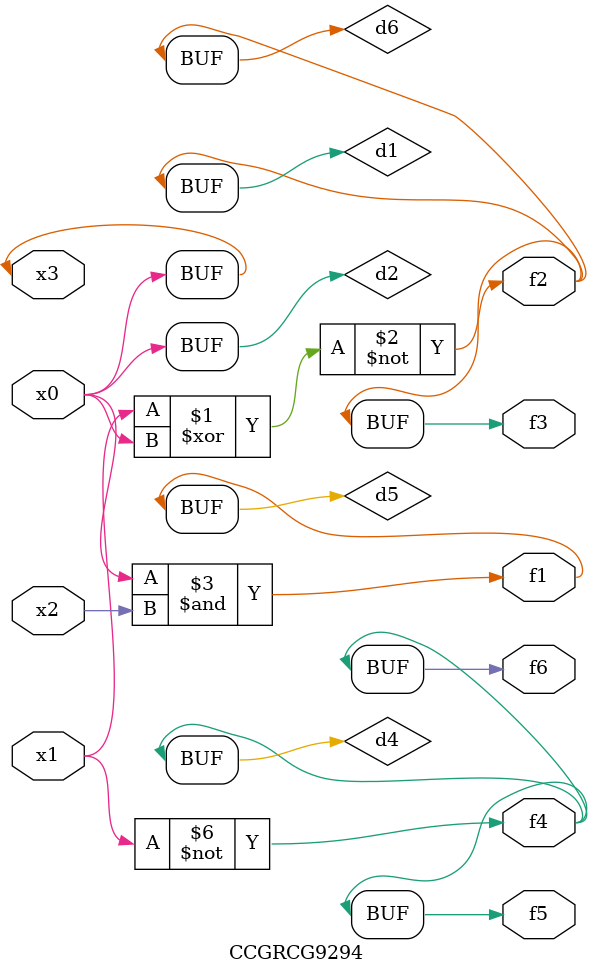
<source format=v>
module CCGRCG9294(
	input x0, x1, x2, x3,
	output f1, f2, f3, f4, f5, f6
);

	wire d1, d2, d3, d4, d5, d6;

	xnor (d1, x1, x3);
	buf (d2, x0, x3);
	nand (d3, x0, x2);
	not (d4, x1);
	nand (d5, d3);
	or (d6, d1);
	assign f1 = d5;
	assign f2 = d6;
	assign f3 = d6;
	assign f4 = d4;
	assign f5 = d4;
	assign f6 = d4;
endmodule

</source>
